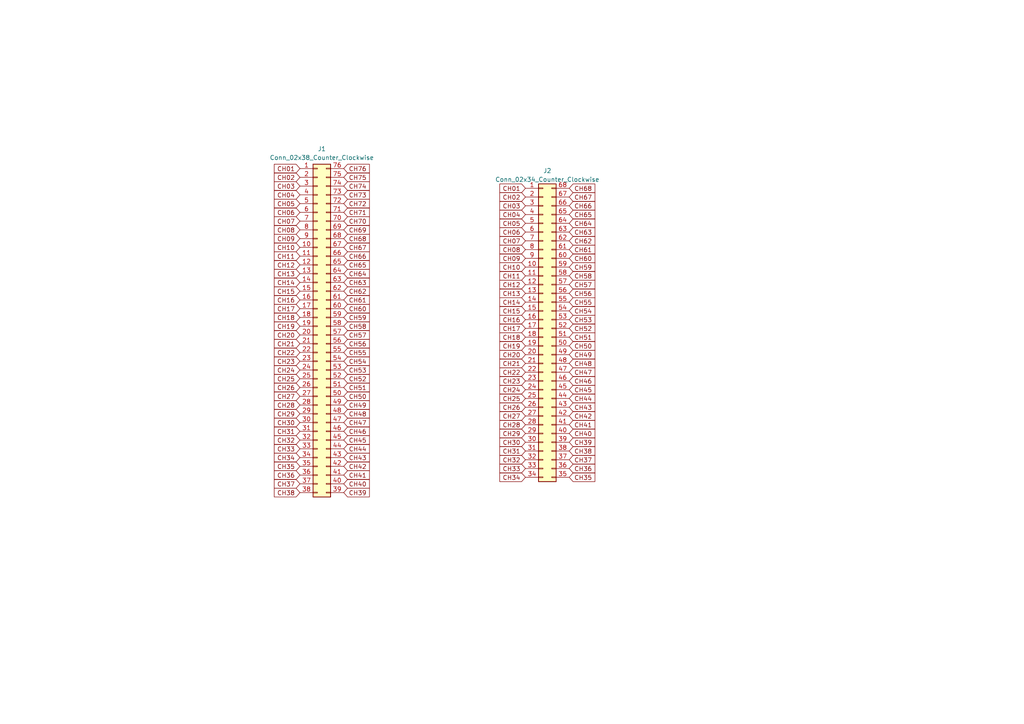
<source format=kicad_sch>
(kicad_sch (version 20230121) (generator eeschema)
  (paper "A4")
  (lib_symbols
    (symbol "Connector_Generic:Conn_02x34_Counter_Clockwise" (pin_names (offset 1.016) hide)
      (property "Reference" "J" (at 1.27 43.18 0))
      (property "Value" "Conn_02x34_Counter_Clockwise" (at 1.27 -45.72 0))
      (symbol "Conn_02x34_Counter_Clockwise_1_1"
        (rectangle (start -1.27 -43.053) (end 0 -43.307) (stroke (width 0.1524)))
        (rectangle (start -1.27 -40.513) (end 0 -40.767) (stroke (width 0.1524)))
        (rectangle (start -1.27 -37.973) (end 0 -38.227) (stroke (width 0.1524)))
        (rectangle (start -1.27 -35.433) (end 0 -35.687) (stroke (width 0.1524)))
        (rectangle (start -1.27 -32.893) (end 0 -33.147) (stroke (width 0.1524)))
        (rectangle (start -1.27 -30.353) (end 0 -30.607) (stroke (width 0.1524)))
        (rectangle (start -1.27 -27.813) (end 0 -28.067) (stroke (width 0.1524)))
        (rectangle (start -1.27 -25.273) (end 0 -25.527) (stroke (width 0.1524)))
        (rectangle (start -1.27 -22.733) (end 0 -22.987) (stroke (width 0.1524)))
        (rectangle (start -1.27 -20.193) (end 0 -20.447) (stroke (width 0.1524)))
        (rectangle (start -1.27 -17.653) (end 0 -17.907) (stroke (width 0.1524)))
        (rectangle (start -1.27 -15.113) (end 0 -15.367) (stroke (width 0.1524)))
        (rectangle (start -1.27 -12.573) (end 0 -12.827) (stroke (width 0.1524)))
        (rectangle (start -1.27 -10.033) (end 0 -10.287) (stroke (width 0.1524)))
        (rectangle (start -1.27 -7.493) (end 0 -7.747) (stroke (width 0.1524)))
        (rectangle (start -1.27 -4.953) (end 0 -5.207) (stroke (width 0.1524)))
        (rectangle (start -1.27 -2.413) (end 0 -2.667) (stroke (width 0.1524)))
        (rectangle (start -1.27 0.127) (end 0 -0.127) (stroke (width 0.1524)))
        (rectangle (start -1.27 2.667) (end 0 2.413) (stroke (width 0.1524)))
        (rectangle (start -1.27 5.207) (end 0 4.953) (stroke (width 0.1524)))
        (rectangle (start -1.27 7.747) (end 0 7.493) (stroke (width 0.1524)))
        (rectangle (start -1.27 10.287) (end 0 10.033) (stroke (width 0.1524)))
        (rectangle (start -1.27 12.827) (end 0 12.573) (stroke (width 0.1524)))
        (rectangle (start -1.27 15.367) (end 0 15.113) (stroke (width 0.1524)))
        (rectangle (start -1.27 17.907) (end 0 17.653) (stroke (width 0.1524)))
        (rectangle (start -1.27 20.447) (end 0 20.193) (stroke (width 0.1524)))
        (rectangle (start -1.27 22.987) (end 0 22.733) (stroke (width 0.1524)))
        (rectangle (start -1.27 25.527) (end 0 25.273) (stroke (width 0.1524)))
        (rectangle (start -1.27 28.067) (end 0 27.813) (stroke (width 0.1524)))
        (rectangle (start -1.27 30.607) (end 0 30.353) (stroke (width 0.1524)))
        (rectangle (start -1.27 33.147) (end 0 32.893) (stroke (width 0.1524)))
        (rectangle (start -1.27 35.687) (end 0 35.433) (stroke (width 0.1524)))
        (rectangle (start -1.27 38.227) (end 0 37.973) (stroke (width 0.1524)))
        (rectangle (start -1.27 40.767) (end 0 40.513) (stroke (width 0.1524)))
        (rectangle (start -1.27 41.91) (end 3.81 -44.45) (stroke (width 0.254)) (fill (type background)))
        (rectangle (start 3.81 -43.053) (end 2.54 -43.307) (stroke (width 0.1524)))
        (rectangle (start 3.81 -40.513) (end 2.54 -40.767) (stroke (width 0.1524)))
        (rectangle (start 3.81 -37.973) (end 2.54 -38.227) (stroke (width 0.1524)))
        (rectangle (start 3.81 -35.433) (end 2.54 -35.687) (stroke (width 0.1524)))
        (rectangle (start 3.81 -32.893) (end 2.54 -33.147) (stroke (width 0.1524)))
        (rectangle (start 3.81 -30.353) (end 2.54 -30.607) (stroke (width 0.1524)))
        (rectangle (start 3.81 -27.813) (end 2.54 -28.067) (stroke (width 0.1524)))
        (rectangle (start 3.81 -25.273) (end 2.54 -25.527) (stroke (width 0.1524)))
        (rectangle (start 3.81 -22.733) (end 2.54 -22.987) (stroke (width 0.1524)))
        (rectangle (start 3.81 -20.193) (end 2.54 -20.447) (stroke (width 0.1524)))
        (rectangle (start 3.81 -17.653) (end 2.54 -17.907) (stroke (width 0.1524)))
        (rectangle (start 3.81 -15.113) (end 2.54 -15.367) (stroke (width 0.1524)))
        (rectangle (start 3.81 -12.573) (end 2.54 -12.827) (stroke (width 0.1524)))
        (rectangle (start 3.81 -10.033) (end 2.54 -10.287) (stroke (width 0.1524)))
        (rectangle (start 3.81 -7.493) (end 2.54 -7.747) (stroke (width 0.1524)))
        (rectangle (start 3.81 -4.953) (end 2.54 -5.207) (stroke (width 0.1524)))
        (rectangle (start 3.81 -2.413) (end 2.54 -2.667) (stroke (width 0.1524)))
        (rectangle (start 3.81 0.127) (end 2.54 -0.127) (stroke (width 0.1524)))
        (rectangle (start 3.81 2.667) (end 2.54 2.413) (stroke (width 0.1524)))
        (rectangle (start 3.81 5.207) (end 2.54 4.953) (stroke (width 0.1524)))
        (rectangle (start 3.81 7.747) (end 2.54 7.493) (stroke (width 0.1524)))
        (rectangle (start 3.81 10.287) (end 2.54 10.033) (stroke (width 0.1524)))
        (rectangle (start 3.81 12.827) (end 2.54 12.573) (stroke (width 0.1524)))
        (rectangle (start 3.81 15.367) (end 2.54 15.113) (stroke (width 0.1524)))
        (rectangle (start 3.81 17.907) (end 2.54 17.653) (stroke (width 0.1524)))
        (rectangle (start 3.81 20.447) (end 2.54 20.193) (stroke (width 0.1524)))
        (rectangle (start 3.81 22.987) (end 2.54 22.733) (stroke (width 0.1524)))
        (rectangle (start 3.81 25.527) (end 2.54 25.273) (stroke (width 0.1524)))
        (rectangle (start 3.81 28.067) (end 2.54 27.813) (stroke (width 0.1524)))
        (rectangle (start 3.81 30.607) (end 2.54 30.353) (stroke (width 0.1524)))
        (rectangle (start 3.81 33.147) (end 2.54 32.893) (stroke (width 0.1524)))
        (rectangle (start 3.81 35.687) (end 2.54 35.433) (stroke (width 0.1524)))
        (rectangle (start 3.81 38.227) (end 2.54 37.973) (stroke (width 0.1524)))
        (rectangle (start 3.81 40.767) (end 2.54 40.513) (stroke (width 0.1524)))
        (pin passive line (at -5.08 40.64 0) (length 3.81) (name "Pin_1") (number "1"))
        (pin passive line (at -5.08 17.78 0) (length 3.81) (name "Pin_10") (number "10"))
        (pin passive line (at -5.08 15.24 0) (length 3.81) (name "Pin_11") (number "11"))
        (pin passive line (at -5.08 12.7 0) (length 3.81) (name "Pin_12") (number "12"))
        (pin passive line (at -5.08 10.16 0) (length 3.81) (name "Pin_13") (number "13"))
        (pin passive line (at -5.08 7.62 0) (length 3.81) (name "Pin_14") (number "14"))
        (pin passive line (at -5.08 5.08 0) (length 3.81) (name "Pin_15") (number "15"))
        (pin passive line (at -5.08 2.54 0) (length 3.81) (name "Pin_16") (number "16"))
        (pin passive line (at -5.08 0 0) (length 3.81) (name "Pin_17") (number "17"))
        (pin passive line (at -5.08 -2.54 0) (length 3.81) (name "Pin_18") (number "18"))
        (pin passive line (at -5.08 -5.08 0) (length 3.81) (name "Pin_19") (number "19"))
        (pin passive line (at -5.08 38.1 0) (length 3.81) (name "Pin_2") (number "2"))
        (pin passive line (at -5.08 -7.62 0) (length 3.81) (name "Pin_20") (number "20"))
        (pin passive line (at -5.08 -10.16 0) (length 3.81) (name "Pin_21") (number "21"))
        (pin passive line (at -5.08 -12.7 0) (length 3.81) (name "Pin_22") (number "22"))
        (pin passive line (at -5.08 -15.24 0) (length 3.81) (name "Pin_23") (number "23"))
        (pin passive line (at -5.08 -17.78 0) (length 3.81) (name "Pin_24") (number "24"))
        (pin passive line (at -5.08 -20.32 0) (length 3.81) (name "Pin_25") (number "25"))
        (pin passive line (at -5.08 -22.86 0) (length 3.81) (name "Pin_26") (number "26"))
        (pin passive line (at -5.08 -25.4 0) (length 3.81) (name "Pin_27") (number "27"))
        (pin passive line (at -5.08 -27.94 0) (length 3.81) (name "Pin_28") (number "28"))
        (pin passive line (at -5.08 -30.48 0) (length 3.81) (name "Pin_29") (number "29"))
        (pin passive line (at -5.08 35.56 0) (length 3.81) (name "Pin_3") (number "3"))
        (pin passive line (at -5.08 -33.02 0) (length 3.81) (name "Pin_30") (number "30"))
        (pin passive line (at -5.08 -35.56 0) (length 3.81) (name "Pin_31") (number "31"))
        (pin passive line (at -5.08 -38.1 0) (length 3.81) (name "Pin_32") (number "32"))
        (pin passive line (at -5.08 -40.64 0) (length 3.81) (name "Pin_33") (number "33"))
        (pin passive line (at -5.08 -43.18 0) (length 3.81) (name "Pin_34") (number "34"))
        (pin passive line (at 7.62 -43.18 180) (length 3.81) (name "Pin_35") (number "35"))
        (pin passive line (at 7.62 -40.64 180) (length 3.81) (name "Pin_36") (number "36"))
        (pin passive line (at 7.62 -38.1 180) (length 3.81) (name "Pin_37") (number "37"))
        (pin passive line (at 7.62 -35.56 180) (length 3.81) (name "Pin_38") (number "38"))
        (pin passive line (at 7.62 -33.02 180) (length 3.81) (name "Pin_39") (number "39"))
        (pin passive line (at -5.08 33.02 0) (length 3.81) (name "Pin_4") (number "4"))
        (pin passive line (at 7.62 -30.48 180) (length 3.81) (name "Pin_40") (number "40"))
        (pin passive line (at 7.62 -27.94 180) (length 3.81) (name "Pin_41") (number "41"))
        (pin passive line (at 7.62 -25.4 180) (length 3.81) (name "Pin_42") (number "42"))
        (pin passive line (at 7.62 -22.86 180) (length 3.81) (name "Pin_43") (number "43"))
        (pin passive line (at 7.62 -20.32 180) (length 3.81) (name "Pin_44") (number "44"))
        (pin passive line (at 7.62 -17.78 180) (length 3.81) (name "Pin_45") (number "45"))
        (pin passive line (at 7.62 -15.24 180) (length 3.81) (name "Pin_46") (number "46"))
        (pin passive line (at 7.62 -12.7 180) (length 3.81) (name "Pin_47") (number "47"))
        (pin passive line (at 7.62 -10.16 180) (length 3.81) (name "Pin_48") (number "48"))
        (pin passive line (at 7.62 -7.62 180) (length 3.81) (name "Pin_49") (number "49"))
        (pin passive line (at -5.08 30.48 0) (length 3.81) (name "Pin_5") (number "5"))
        (pin passive line (at 7.62 -5.08 180) (length 3.81) (name "Pin_50") (number "50"))
        (pin passive line (at 7.62 -2.54 180) (length 3.81) (name "Pin_51") (number "51"))
        (pin passive line (at 7.62 0 180) (length 3.81) (name "Pin_52") (number "52"))
        (pin passive line (at 7.62 2.54 180) (length 3.81) (name "Pin_53") (number "53"))
        (pin passive line (at 7.62 5.08 180) (length 3.81) (name "Pin_54") (number "54"))
        (pin passive line (at 7.62 7.62 180) (length 3.81) (name "Pin_55") (number "55"))
        (pin passive line (at 7.62 10.16 180) (length 3.81) (name "Pin_56") (number "56"))
        (pin passive line (at 7.62 12.7 180) (length 3.81) (name "Pin_57") (number "57"))
        (pin passive line (at 7.62 15.24 180) (length 3.81) (name "Pin_58") (number "58"))
        (pin passive line (at 7.62 17.78 180) (length 3.81) (name "Pin_59") (number "59"))
        (pin passive line (at -5.08 27.94 0) (length 3.81) (name "Pin_6") (number "6"))
        (pin passive line (at 7.62 20.32 180) (length 3.81) (name "Pin_60") (number "60"))
        (pin passive line (at 7.62 22.86 180) (length 3.81) (name "Pin_61") (number "61"))
        (pin passive line (at 7.62 25.4 180) (length 3.81) (name "Pin_62") (number "62"))
        (pin passive line (at 7.62 27.94 180) (length 3.81) (name "Pin_63") (number "63"))
        (pin passive line (at 7.62 30.48 180) (length 3.81) (name "Pin_64") (number "64"))
        (pin passive line (at 7.62 33.02 180) (length 3.81) (name "Pin_65") (number "65"))
        (pin passive line (at 7.62 35.56 180) (length 3.81) (name "Pin_66") (number "66"))
        (pin passive line (at 7.62 38.1 180) (length 3.81) (name "Pin_67") (number "67"))
        (pin passive line (at 7.62 40.64 180) (length 3.81) (name "Pin_68") (number "68"))
        (pin passive line (at -5.08 25.4 0) (length 3.81) (name "Pin_7") (number "7"))
        (pin passive line (at -5.08 22.86 0) (length 3.81) (name "Pin_8") (number "8"))
        (pin passive line (at -5.08 20.32 0) (length 3.81) (name "Pin_9") (number "9"))
      )
    )
    (symbol "Connector_Generic:Conn_02x38_Counter_Clockwise" (pin_names (offset 1.016) hide)
      (property "Reference" "J" (at 1.27 48.26 0))
      (property "Value" "Conn_02x38_Counter_Clockwise" (at 1.27 -50.8 0))
      (symbol "Conn_02x38_Counter_Clockwise_1_1"
        (rectangle (start -1.27 -48.133) (end 0 -48.387) (stroke (width 0.1524)))
        (rectangle (start -1.27 -45.593) (end 0 -45.847) (stroke (width 0.1524)))
        (rectangle (start -1.27 -43.053) (end 0 -43.307) (stroke (width 0.1524)))
        (rectangle (start -1.27 -40.513) (end 0 -40.767) (stroke (width 0.1524)))
        (rectangle (start -1.27 -37.973) (end 0 -38.227) (stroke (width 0.1524)))
        (rectangle (start -1.27 -35.433) (end 0 -35.687) (stroke (width 0.1524)))
        (rectangle (start -1.27 -32.893) (end 0 -33.147) (stroke (width 0.1524)))
        (rectangle (start -1.27 -30.353) (end 0 -30.607) (stroke (width 0.1524)))
        (rectangle (start -1.27 -27.813) (end 0 -28.067) (stroke (width 0.1524)))
        (rectangle (start -1.27 -25.273) (end 0 -25.527) (stroke (width 0.1524)))
        (rectangle (start -1.27 -22.733) (end 0 -22.987) (stroke (width 0.1524)))
        (rectangle (start -1.27 -20.193) (end 0 -20.447) (stroke (width 0.1524)))
        (rectangle (start -1.27 -17.653) (end 0 -17.907) (stroke (width 0.1524)))
        (rectangle (start -1.27 -15.113) (end 0 -15.367) (stroke (width 0.1524)))
        (rectangle (start -1.27 -12.573) (end 0 -12.827) (stroke (width 0.1524)))
        (rectangle (start -1.27 -10.033) (end 0 -10.287) (stroke (width 0.1524)))
        (rectangle (start -1.27 -7.493) (end 0 -7.747) (stroke (width 0.1524)))
        (rectangle (start -1.27 -4.953) (end 0 -5.207) (stroke (width 0.1524)))
        (rectangle (start -1.27 -2.413) (end 0 -2.667) (stroke (width 0.1524)))
        (rectangle (start -1.27 0.127) (end 0 -0.127) (stroke (width 0.1524)))
        (rectangle (start -1.27 2.667) (end 0 2.413) (stroke (width 0.1524)))
        (rectangle (start -1.27 5.207) (end 0 4.953) (stroke (width 0.1524)))
        (rectangle (start -1.27 7.747) (end 0 7.493) (stroke (width 0.1524)))
        (rectangle (start -1.27 10.287) (end 0 10.033) (stroke (width 0.1524)))
        (rectangle (start -1.27 12.827) (end 0 12.573) (stroke (width 0.1524)))
        (rectangle (start -1.27 15.367) (end 0 15.113) (stroke (width 0.1524)))
        (rectangle (start -1.27 17.907) (end 0 17.653) (stroke (width 0.1524)))
        (rectangle (start -1.27 20.447) (end 0 20.193) (stroke (width 0.1524)))
        (rectangle (start -1.27 22.987) (end 0 22.733) (stroke (width 0.1524)))
        (rectangle (start -1.27 25.527) (end 0 25.273) (stroke (width 0.1524)))
        (rectangle (start -1.27 28.067) (end 0 27.813) (stroke (width 0.1524)))
        (rectangle (start -1.27 30.607) (end 0 30.353) (stroke (width 0.1524)))
        (rectangle (start -1.27 33.147) (end 0 32.893) (stroke (width 0.1524)))
        (rectangle (start -1.27 35.687) (end 0 35.433) (stroke (width 0.1524)))
        (rectangle (start -1.27 38.227) (end 0 37.973) (stroke (width 0.1524)))
        (rectangle (start -1.27 40.767) (end 0 40.513) (stroke (width 0.1524)))
        (rectangle (start -1.27 43.307) (end 0 43.053) (stroke (width 0.1524)))
        (rectangle (start -1.27 45.847) (end 0 45.593) (stroke (width 0.1524)))
        (rectangle (start -1.27 46.99) (end 3.81 -49.53) (stroke (width 0.254)) (fill (type background)))
        (rectangle (start 3.81 -48.133) (end 2.54 -48.387) (stroke (width 0.1524)))
        (rectangle (start 3.81 -45.593) (end 2.54 -45.847) (stroke (width 0.1524)))
        (rectangle (start 3.81 -43.053) (end 2.54 -43.307) (stroke (width 0.1524)))
        (rectangle (start 3.81 -40.513) (end 2.54 -40.767) (stroke (width 0.1524)))
        (rectangle (start 3.81 -37.973) (end 2.54 -38.227) (stroke (width 0.1524)))
        (rectangle (start 3.81 -35.433) (end 2.54 -35.687) (stroke (width 0.1524)))
        (rectangle (start 3.81 -32.893) (end 2.54 -33.147) (stroke (width 0.1524)))
        (rectangle (start 3.81 -30.353) (end 2.54 -30.607) (stroke (width 0.1524)))
        (rectangle (start 3.81 -27.813) (end 2.54 -28.067) (stroke (width 0.1524)))
        (rectangle (start 3.81 -25.273) (end 2.54 -25.527) (stroke (width 0.1524)))
        (rectangle (start 3.81 -22.733) (end 2.54 -22.987) (stroke (width 0.1524)))
        (rectangle (start 3.81 -20.193) (end 2.54 -20.447) (stroke (width 0.1524)))
        (rectangle (start 3.81 -17.653) (end 2.54 -17.907) (stroke (width 0.1524)))
        (rectangle (start 3.81 -15.113) (end 2.54 -15.367) (stroke (width 0.1524)))
        (rectangle (start 3.81 -12.573) (end 2.54 -12.827) (stroke (width 0.1524)))
        (rectangle (start 3.81 -10.033) (end 2.54 -10.287) (stroke (width 0.1524)))
        (rectangle (start 3.81 -7.493) (end 2.54 -7.747) (stroke (width 0.1524)))
        (rectangle (start 3.81 -4.953) (end 2.54 -5.207) (stroke (width 0.1524)))
        (rectangle (start 3.81 -2.413) (end 2.54 -2.667) (stroke (width 0.1524)))
        (rectangle (start 3.81 0.127) (end 2.54 -0.127) (stroke (width 0.1524)))
        (rectangle (start 3.81 2.667) (end 2.54 2.413) (stroke (width 0.1524)))
        (rectangle (start 3.81 5.207) (end 2.54 4.953) (stroke (width 0.1524)))
        (rectangle (start 3.81 7.747) (end 2.54 7.493) (stroke (width 0.1524)))
        (rectangle (start 3.81 10.287) (end 2.54 10.033) (stroke (width 0.1524)))
        (rectangle (start 3.81 12.827) (end 2.54 12.573) (stroke (width 0.1524)))
        (rectangle (start 3.81 15.367) (end 2.54 15.113) (stroke (width 0.1524)))
        (rectangle (start 3.81 17.907) (end 2.54 17.653) (stroke (width 0.1524)))
        (rectangle (start 3.81 20.447) (end 2.54 20.193) (stroke (width 0.1524)))
        (rectangle (start 3.81 22.987) (end 2.54 22.733) (stroke (width 0.1524)))
        (rectangle (start 3.81 25.527) (end 2.54 25.273) (stroke (width 0.1524)))
        (rectangle (start 3.81 28.067) (end 2.54 27.813) (stroke (width 0.1524)))
        (rectangle (start 3.81 30.607) (end 2.54 30.353) (stroke (width 0.1524)))
        (rectangle (start 3.81 33.147) (end 2.54 32.893) (stroke (width 0.1524)))
        (rectangle (start 3.81 35.687) (end 2.54 35.433) (stroke (width 0.1524)))
        (rectangle (start 3.81 38.227) (end 2.54 37.973) (stroke (width 0.1524)))
        (rectangle (start 3.81 40.767) (end 2.54 40.513) (stroke (width 0.1524)))
        (rectangle (start 3.81 43.307) (end 2.54 43.053) (stroke (width 0.1524)))
        (rectangle (start 3.81 45.847) (end 2.54 45.593) (stroke (width 0.1524)))
        (pin passive line (at -5.08 45.72 0) (length 3.81) (name "Pin_1") (number "1"))
        (pin passive line (at -5.08 22.86 0) (length 3.81) (name "Pin_10") (number "10"))
        (pin passive line (at -5.08 20.32 0) (length 3.81) (name "Pin_11") (number "11"))
        (pin passive line (at -5.08 17.78 0) (length 3.81) (name "Pin_12") (number "12"))
        (pin passive line (at -5.08 15.24 0) (length 3.81) (name "Pin_13") (number "13"))
        (pin passive line (at -5.08 12.7 0) (length 3.81) (name "Pin_14") (number "14"))
        (pin passive line (at -5.08 10.16 0) (length 3.81) (name "Pin_15") (number "15"))
        (pin passive line (at -5.08 7.62 0) (length 3.81) (name "Pin_16") (number "16"))
        (pin passive line (at -5.08 5.08 0) (length 3.81) (name "Pin_17") (number "17"))
        (pin passive line (at -5.08 2.54 0) (length 3.81) (name "Pin_18") (number "18"))
        (pin passive line (at -5.08 0 0) (length 3.81) (name "Pin_19") (number "19"))
        (pin passive line (at -5.08 43.18 0) (length 3.81) (name "Pin_2") (number "2"))
        (pin passive line (at -5.08 -2.54 0) (length 3.81) (name "Pin_20") (number "20"))
        (pin passive line (at -5.08 -5.08 0) (length 3.81) (name "Pin_21") (number "21"))
        (pin passive line (at -5.08 -7.62 0) (length 3.81) (name "Pin_22") (number "22"))
        (pin passive line (at -5.08 -10.16 0) (length 3.81) (name "Pin_23") (number "23"))
        (pin passive line (at -5.08 -12.7 0) (length 3.81) (name "Pin_24") (number "24"))
        (pin passive line (at -5.08 -15.24 0) (length 3.81) (name "Pin_25") (number "25"))
        (pin passive line (at -5.08 -17.78 0) (length 3.81) (name "Pin_26") (number "26"))
        (pin passive line (at -5.08 -20.32 0) (length 3.81) (name "Pin_27") (number "27"))
        (pin passive line (at -5.08 -22.86 0) (length 3.81) (name "Pin_28") (number "28"))
        (pin passive line (at -5.08 -25.4 0) (length 3.81) (name "Pin_29") (number "29"))
        (pin passive line (at -5.08 40.64 0) (length 3.81) (name "Pin_3") (number "3"))
        (pin passive line (at -5.08 -27.94 0) (length 3.81) (name "Pin_30") (number "30"))
        (pin passive line (at -5.08 -30.48 0) (length 3.81) (name "Pin_31") (number "31"))
        (pin passive line (at -5.08 -33.02 0) (length 3.81) (name "Pin_32") (number "32"))
        (pin passive line (at -5.08 -35.56 0) (length 3.81) (name "Pin_33") (number "33"))
        (pin passive line (at -5.08 -38.1 0) (length 3.81) (name "Pin_34") (number "34"))
        (pin passive line (at -5.08 -40.64 0) (length 3.81) (name "Pin_35") (number "35"))
        (pin passive line (at -5.08 -43.18 0) (length 3.81) (name "Pin_36") (number "36"))
        (pin passive line (at -5.08 -45.72 0) (length 3.81) (name "Pin_37") (number "37"))
        (pin passive line (at -5.08 -48.26 0) (length 3.81) (name "Pin_38") (number "38"))
        (pin passive line (at 7.62 -48.26 180) (length 3.81) (name "Pin_39") (number "39"))
        (pin passive line (at -5.08 38.1 0) (length 3.81) (name "Pin_4") (number "4"))
        (pin passive line (at 7.62 -45.72 180) (length 3.81) (name "Pin_40") (number "40"))
        (pin passive line (at 7.62 -43.18 180) (length 3.81) (name "Pin_41") (number "41"))
        (pin passive line (at 7.62 -40.64 180) (length 3.81) (name "Pin_42") (number "42"))
        (pin passive line (at 7.62 -38.1 180) (length 3.81) (name "Pin_43") (number "43"))
        (pin passive line (at 7.62 -35.56 180) (length 3.81) (name "Pin_44") (number "44"))
        (pin passive line (at 7.62 -33.02 180) (length 3.81) (name "Pin_45") (number "45"))
        (pin passive line (at 7.62 -30.48 180) (length 3.81) (name "Pin_46") (number "46"))
        (pin passive line (at 7.62 -27.94 180) (length 3.81) (name "Pin_47") (number "47"))
        (pin passive line (at 7.62 -25.4 180) (length 3.81) (name "Pin_48") (number "48"))
        (pin passive line (at 7.62 -22.86 180) (length 3.81) (name "Pin_49") (number "49"))
        (pin passive line (at -5.08 35.56 0) (length 3.81) (name "Pin_5") (number "5"))
        (pin passive line (at 7.62 -20.32 180) (length 3.81) (name "Pin_50") (number "50"))
        (pin passive line (at 7.62 -17.78 180) (length 3.81) (name "Pin_51") (number "51"))
        (pin passive line (at 7.62 -15.24 180) (length 3.81) (name "Pin_52") (number "52"))
        (pin passive line (at 7.62 -12.7 180) (length 3.81) (name "Pin_53") (number "53"))
        (pin passive line (at 7.62 -10.16 180) (length 3.81) (name "Pin_54") (number "54"))
        (pin passive line (at 7.62 -7.62 180) (length 3.81) (name "Pin_55") (number "55"))
        (pin passive line (at 7.62 -5.08 180) (length 3.81) (name "Pin_56") (number "56"))
        (pin passive line (at 7.62 -2.54 180) (length 3.81) (name "Pin_57") (number "57"))
        (pin passive line (at 7.62 0 180) (length 3.81) (name "Pin_58") (number "58"))
        (pin passive line (at 7.62 2.54 180) (length 3.81) (name "Pin_59") (number "59"))
        (pin passive line (at -5.08 33.02 0) (length 3.81) (name "Pin_6") (number "6"))
        (pin passive line (at 7.62 5.08 180) (length 3.81) (name "Pin_60") (number "60"))
        (pin passive line (at 7.62 7.62 180) (length 3.81) (name "Pin_61") (number "61"))
        (pin passive line (at 7.62 10.16 180) (length 3.81) (name "Pin_62") (number "62"))
        (pin passive line (at 7.62 12.7 180) (length 3.81) (name "Pin_63") (number "63"))
        (pin passive line (at 7.62 15.24 180) (length 3.81) (name "Pin_64") (number "64"))
        (pin passive line (at 7.62 17.78 180) (length 3.81) (name "Pin_65") (number "65"))
        (pin passive line (at 7.62 20.32 180) (length 3.81) (name "Pin_66") (number "66"))
        (pin passive line (at 7.62 22.86 180) (length 3.81) (name "Pin_67") (number "67"))
        (pin passive line (at 7.62 25.4 180) (length 3.81) (name "Pin_68") (number "68"))
        (pin passive line (at 7.62 27.94 180) (length 3.81) (name "Pin_69") (number "69"))
        (pin passive line (at -5.08 30.48 0) (length 3.81) (name "Pin_7") (number "7"))
        (pin passive line (at 7.62 30.48 180) (length 3.81) (name "Pin_70") (number "70"))
        (pin passive line (at 7.62 33.02 180) (length 3.81) (name "Pin_71") (number "71"))
        (pin passive line (at 7.62 35.56 180) (length 3.81) (name "Pin_72") (number "72"))
        (pin passive line (at 7.62 38.1 180) (length 3.81) (name "Pin_73") (number "73"))
        (pin passive line (at 7.62 40.64 180) (length 3.81) (name "Pin_74") (number "74"))
        (pin passive line (at 7.62 43.18 180) (length 3.81) (name "Pin_75") (number "75"))
        (pin passive line (at 7.62 45.72 180) (length 3.81) (name "Pin_76") (number "76"))
        (pin passive line (at -5.08 27.94 0) (length 3.81) (name "Pin_8") (number "8"))
        (pin passive line (at -5.08 25.4 0) (length 3.81) (name "Pin_9") (number "9"))
      )
    )
  )
  (global_label "CH06" (shape input) (at 152.4 67.31 180) (property "Intersheetrefs" "${INTERSHEET_REFS}" (effects hide)))
  (global_label "CH42" (shape input) (at 99.695 135.255 0) (property "Intersheetrefs" "${INTERSHEET_REFS}" (effects hide)))
  (global_label "CH60" (shape input) (at 165.1 74.93 0) (property "Intersheetrefs" "${INTERSHEET_REFS}" (effects hide)))
  (global_label "CH27" (shape input) (at 86.995 114.935 180) (property "Intersheetrefs" "${INTERSHEET_REFS}" (effects hide)))
  (global_label "CH37" (shape input) (at 165.1 133.35 0) (property "Intersheetrefs" "${INTERSHEET_REFS}" (effects hide)))
  (global_label "CH59" (shape input) (at 165.1 77.47 0) (property "Intersheetrefs" "${INTERSHEET_REFS}" (effects hide)))
  (global_label "CH02" (shape input) (at 152.4 57.15 180) (property "Intersheetrefs" "${INTERSHEET_REFS}" (effects hide)))
  (global_label "CH08" (shape input) (at 86.995 66.675 180) (property "Intersheetrefs" "${INTERSHEET_REFS}" (effects hide)))
  (global_label "CH39" (shape input) (at 165.1 128.27 0) (property "Intersheetrefs" "${INTERSHEET_REFS}" (effects hide)))
  (global_label "CH16" (shape input) (at 86.995 86.995 180) (property "Intersheetrefs" "${INTERSHEET_REFS}" (effects hide)))
  (global_label "CH61" (shape input) (at 99.695 86.995 0) (property "Intersheetrefs" "${INTERSHEET_REFS}" (effects hide)))
  (global_label "CH19" (shape input) (at 86.995 94.615 180) (property "Intersheetrefs" "${INTERSHEET_REFS}" (effects hide)))
  (global_label "CH29" (shape input) (at 152.4 125.73 180) (property "Intersheetrefs" "${INTERSHEET_REFS}" (effects hide)))
  (global_label "CH66" (shape input) (at 99.695 74.295 0) (property "Intersheetrefs" "${INTERSHEET_REFS}" (effects hide)))
  (global_label "CH39" (shape input) (at 99.695 142.875 0) (property "Intersheetrefs" "${INTERSHEET_REFS}" (effects hide)))
  (global_label "CH30" (shape input) (at 86.995 122.555 180) (property "Intersheetrefs" "${INTERSHEET_REFS}" (effects hide)))
  (global_label "CH72" (shape input) (at 99.695 59.055 0) (property "Intersheetrefs" "${INTERSHEET_REFS}" (effects hide)))
  (global_label "CH32" (shape input) (at 152.4 133.35 180) (property "Intersheetrefs" "${INTERSHEET_REFS}" (effects hide)))
  (global_label "CH31" (shape input) (at 152.4 130.81 180) (property "Intersheetrefs" "${INTERSHEET_REFS}" (effects hide)))
  (global_label "CH05" (shape input) (at 152.4 64.77 180) (property "Intersheetrefs" "${INTERSHEET_REFS}" (effects hide)))
  (global_label "CH56" (shape input) (at 99.695 99.695 0) (property "Intersheetrefs" "${INTERSHEET_REFS}" (effects hide)))
  (global_label "CH54" (shape input) (at 165.1 90.17 0) (property "Intersheetrefs" "${INTERSHEET_REFS}" (effects hide)))
  (global_label "CH65" (shape input) (at 165.1 62.23 0) (property "Intersheetrefs" "${INTERSHEET_REFS}" (effects hide)))
  (global_label "CH68" (shape input) (at 99.695 69.215 0) (property "Intersheetrefs" "${INTERSHEET_REFS}" (effects hide)))
  (global_label "CH44" (shape input) (at 165.1 115.57 0) (property "Intersheetrefs" "${INTERSHEET_REFS}" (effects hide)))
  (global_label "CH24" (shape input) (at 86.995 107.315 180) (property "Intersheetrefs" "${INTERSHEET_REFS}" (effects hide)))
  (global_label "CH41" (shape input) (at 99.695 137.795 0) (property "Intersheetrefs" "${INTERSHEET_REFS}" (effects hide)))
  (global_label "CH15" (shape input) (at 86.995 84.455 180) (property "Intersheetrefs" "${INTERSHEET_REFS}" (effects hide)))
  (global_label "CH47" (shape input) (at 99.695 122.555 0) (property "Intersheetrefs" "${INTERSHEET_REFS}" (effects hide)))
  (global_label "CH38" (shape input) (at 165.1 130.81 0) (property "Intersheetrefs" "${INTERSHEET_REFS}" (effects hide)))
  (global_label "CH67" (shape input) (at 99.695 71.755 0) (property "Intersheetrefs" "${INTERSHEET_REFS}" (effects hide)))
  (global_label "CH27" (shape input) (at 152.4 120.65 180) (property "Intersheetrefs" "${INTERSHEET_REFS}" (effects hide)))
  (global_label "CH53" (shape input) (at 165.1 92.71 0) (property "Intersheetrefs" "${INTERSHEET_REFS}" (effects hide)))
  (global_label "CH05" (shape input) (at 86.995 59.055 180) (property "Intersheetrefs" "${INTERSHEET_REFS}" (effects hide)))
  (global_label "CH24" (shape input) (at 152.4 113.03 180) (property "Intersheetrefs" "${INTERSHEET_REFS}" (effects hide)))
  (global_label "CH48" (shape input) (at 99.695 120.015 0) (property "Intersheetrefs" "${INTERSHEET_REFS}" (effects hide)))
  (global_label "CH33" (shape input) (at 152.4 135.89 180) (property "Intersheetrefs" "${INTERSHEET_REFS}" (effects hide)))
  (global_label "CH04" (shape input) (at 152.4 62.23 180) (property "Intersheetrefs" "${INTERSHEET_REFS}" (effects hide)))
  (global_label "CH73" (shape input) (at 99.695 56.515 0) (property "Intersheetrefs" "${INTERSHEET_REFS}" (effects hide)))
  (global_label "CH48" (shape input) (at 165.1 105.41 0) (property "Intersheetrefs" "${INTERSHEET_REFS}" (effects hide)))
  (global_label "CH10" (shape input) (at 152.4 77.47 180) (property "Intersheetrefs" "${INTERSHEET_REFS}" (effects hide)))
  (global_label "CH59" (shape input) (at 99.695 92.075 0) (property "Intersheetrefs" "${INTERSHEET_REFS}" (effects hide)))
  (global_label "CH07" (shape input) (at 152.4 69.85 180) (property "Intersheetrefs" "${INTERSHEET_REFS}" (effects hide)))
  (global_label "CH12" (shape input) (at 152.4 82.55 180) (property "Intersheetrefs" "${INTERSHEET_REFS}" (effects hide)))
  (global_label "CH21" (shape input) (at 152.4 105.41 180) (property "Intersheetrefs" "${INTERSHEET_REFS}" (effects hide)))
  (global_label "CH46" (shape input) (at 165.1 110.49 0) (property "Intersheetrefs" "${INTERSHEET_REFS}" (effects hide)))
  (global_label "CH18" (shape input) (at 152.4 97.79 180) (property "Intersheetrefs" "${INTERSHEET_REFS}" (effects hide)))
  (global_label "CH26" (shape input) (at 152.4 118.11 180) (property "Intersheetrefs" "${INTERSHEET_REFS}" (effects hide)))
  (global_label "CH17" (shape input) (at 86.995 89.535 180) (property "Intersheetrefs" "${INTERSHEET_REFS}" (effects hide)))
  (global_label "CH70" (shape input) (at 99.695 64.135 0) (property "Intersheetrefs" "${INTERSHEET_REFS}" (effects hide)))
  (global_label "CH08" (shape input) (at 152.4 72.39 180) (property "Intersheetrefs" "${INTERSHEET_REFS}" (effects hide)))
  (global_label "CH01" (shape input) (at 86.995 48.895 180) (property "Intersheetrefs" "${INTERSHEET_REFS}" (effects hide)))
  (global_label "CH20" (shape input) (at 86.995 97.155 180) (property "Intersheetrefs" "${INTERSHEET_REFS}" (effects hide)))
  (global_label "CH71" (shape input) (at 99.695 61.595 0) (property "Intersheetrefs" "${INTERSHEET_REFS}" (effects hide)))
  (global_label "CH32" (shape input) (at 86.995 127.635 180) (property "Intersheetrefs" "${INTERSHEET_REFS}" (effects hide)))
  (global_label "CH51" (shape input) (at 165.1 97.79 0) (property "Intersheetrefs" "${INTERSHEET_REFS}" (effects hide)))
  (global_label "CH31" (shape input) (at 86.995 125.095 180) (property "Intersheetrefs" "${INTERSHEET_REFS}" (effects hide)))
  (global_label "CH51" (shape input) (at 99.695 112.395 0) (property "Intersheetrefs" "${INTERSHEET_REFS}" (effects hide)))
  (global_label "CH19" (shape input) (at 152.4 100.33 180) (property "Intersheetrefs" "${INTERSHEET_REFS}" (effects hide)))
  (global_label "CH67" (shape input) (at 165.1 57.15 0) (property "Intersheetrefs" "${INTERSHEET_REFS}" (effects hide)))
  (global_label "CH42" (shape input) (at 165.1 120.65 0) (property "Intersheetrefs" "${INTERSHEET_REFS}" (effects hide)))
  (global_label "CH23" (shape input) (at 86.995 104.775 180) (property "Intersheetrefs" "${INTERSHEET_REFS}" (effects hide)))
  (global_label "CH28" (shape input) (at 152.4 123.19 180) (property "Intersheetrefs" "${INTERSHEET_REFS}" (effects hide)))
  (global_label "CH64" (shape input) (at 99.695 79.375 0) (property "Intersheetrefs" "${INTERSHEET_REFS}" (effects hide)))
  (global_label "CH23" (shape input) (at 152.4 110.49 180) (property "Intersheetrefs" "${INTERSHEET_REFS}" (effects hide)))
  (global_label "CH52" (shape input) (at 99.695 109.855 0) (property "Intersheetrefs" "${INTERSHEET_REFS}" (effects hide)))
  (global_label "CH40" (shape input) (at 99.695 140.335 0) (property "Intersheetrefs" "${INTERSHEET_REFS}" (effects hide)))
  (global_label "CH14" (shape input) (at 86.995 81.915 180) (property "Intersheetrefs" "${INTERSHEET_REFS}" (effects hide)))
  (global_label "CH74" (shape input) (at 99.695 53.975 0) (property "Intersheetrefs" "${INTERSHEET_REFS}" (effects hide)))
  (global_label "CH25" (shape input) (at 152.4 115.57 180) (property "Intersheetrefs" "${INTERSHEET_REFS}" (effects hide)))
  (global_label "CH22" (shape input) (at 86.995 102.235 180) (property "Intersheetrefs" "${INTERSHEET_REFS}" (effects hide)))
  (global_label "CH50" (shape input) (at 165.1 100.33 0) (property "Intersheetrefs" "${INTERSHEET_REFS}" (effects hide)))
  (global_label "CH58" (shape input) (at 165.1 80.01 0) (property "Intersheetrefs" "${INTERSHEET_REFS}" (effects hide)))
  (global_label "CH50" (shape input) (at 99.695 114.935 0) (property "Intersheetrefs" "${INTERSHEET_REFS}" (effects hide)))
  (global_label "CH06" (shape input) (at 86.995 61.595 180) (property "Intersheetrefs" "${INTERSHEET_REFS}" (effects hide)))
  (global_label "CH43" (shape input) (at 165.1 118.11 0) (property "Intersheetrefs" "${INTERSHEET_REFS}" (effects hide)))
  (global_label "CH46" (shape input) (at 99.695 125.095 0) (property "Intersheetrefs" "${INTERSHEET_REFS}" (effects hide)))
  (global_label "CH07" (shape input) (at 86.995 64.135 180) (property "Intersheetrefs" "${INTERSHEET_REFS}" (effects hide)))
  (global_label "CH61" (shape input) (at 165.1 72.39 0) (property "Intersheetrefs" "${INTERSHEET_REFS}" (effects hide)))
  (global_label "CH41" (shape input) (at 165.1 123.19 0) (property "Intersheetrefs" "${INTERSHEET_REFS}" (effects hide)))
  (global_label "CH63" (shape input) (at 165.1 67.31 0) (property "Intersheetrefs" "${INTERSHEET_REFS}" (effects hide)))
  (global_label "CH18" (shape input) (at 86.995 92.075 180) (property "Intersheetrefs" "${INTERSHEET_REFS}" (effects hide)))
  (global_label "CH17" (shape input) (at 152.4 95.25 180) (property "Intersheetrefs" "${INTERSHEET_REFS}" (effects hide)))
  (global_label "CH75" (shape input) (at 99.695 51.435 0) (property "Intersheetrefs" "${INTERSHEET_REFS}" (effects hide)))
  (global_label "CH13" (shape input) (at 86.995 79.375 180) (property "Intersheetrefs" "${INTERSHEET_REFS}" (effects hide)))
  (global_label "CH30" (shape input) (at 152.4 128.27 180) (property "Intersheetrefs" "${INTERSHEET_REFS}" (effects hide)))
  (global_label "CH03" (shape input) (at 152.4 59.69 180) (property "Intersheetrefs" "${INTERSHEET_REFS}" (effects hide)))
  (global_label "CH34" (shape input) (at 86.995 132.715 180) (property "Intersheetrefs" "${INTERSHEET_REFS}" (effects hide)))
  (global_label "CH55" (shape input) (at 99.695 102.235 0) (property "Intersheetrefs" "${INTERSHEET_REFS}" (effects hide)))
  (global_label "CH62" (shape input) (at 165.1 69.85 0) (property "Intersheetrefs" "${INTERSHEET_REFS}" (effects hide)))
  (global_label "CH62" (shape input) (at 99.695 84.455 0) (property "Intersheetrefs" "${INTERSHEET_REFS}" (effects hide)))
  (global_label "CH04" (shape input) (at 86.995 56.515 180) (property "Intersheetrefs" "${INTERSHEET_REFS}" (effects hide)))
  (global_label "CH21" (shape input) (at 86.995 99.695 180) (property "Intersheetrefs" "${INTERSHEET_REFS}" (effects hide)))
  (global_label "CH11" (shape input) (at 86.995 74.295 180) (property "Intersheetrefs" "${INTERSHEET_REFS}" (effects hide)))
  (global_label "CH13" (shape input) (at 152.4 85.09 180) (property "Intersheetrefs" "${INTERSHEET_REFS}" (effects hide)))
  (global_label "CH26" (shape input) (at 86.995 112.395 180) (property "Intersheetrefs" "${INTERSHEET_REFS}" (effects hide)))
  (global_label "CH56" (shape input) (at 165.1 85.09 0) (property "Intersheetrefs" "${INTERSHEET_REFS}" (effects hide)))
  (global_label "CH12" (shape input) (at 86.995 76.835 180) (property "Intersheetrefs" "${INTERSHEET_REFS}" (effects hide)))
  (global_label "CH40" (shape input) (at 165.1 125.73 0) (property "Intersheetrefs" "${INTERSHEET_REFS}" (effects hide)))
  (global_label "CH22" (shape input) (at 152.4 107.95 180) (property "Intersheetrefs" "${INTERSHEET_REFS}" (effects hide)))
  (global_label "CH57" (shape input) (at 165.1 82.55 0) (property "Intersheetrefs" "${INTERSHEET_REFS}" (effects hide)))
  (global_label "CH36" (shape input) (at 165.1 135.89 0) (property "Intersheetrefs" "${INTERSHEET_REFS}" (effects hide)))
  (global_label "CH35" (shape input) (at 86.995 135.255 180) (property "Intersheetrefs" "${INTERSHEET_REFS}" (effects hide)))
  (global_label "CH29" (shape input) (at 86.995 120.015 180) (property "Intersheetrefs" "${INTERSHEET_REFS}" (effects hide)))
  (global_label "CH35" (shape input) (at 165.1 138.43 0) (property "Intersheetrefs" "${INTERSHEET_REFS}" (effects hide)))
  (global_label "CH02" (shape input) (at 86.995 51.435 180) (property "Intersheetrefs" "${INTERSHEET_REFS}" (effects hide)))
  (global_label "CH63" (shape input) (at 99.695 81.915 0) (property "Intersheetrefs" "${INTERSHEET_REFS}" (effects hide)))
  (global_label "CH25" (shape input) (at 86.995 109.855 180) (property "Intersheetrefs" "${INTERSHEET_REFS}" (effects hide)))
  (global_label "CH66" (shape input) (at 165.1 59.69 0) (property "Intersheetrefs" "${INTERSHEET_REFS}" (effects hide)))
  (global_label "CH10" (shape input) (at 86.995 71.755 180) (property "Intersheetrefs" "${INTERSHEET_REFS}" (effects hide)))
  (global_label "CH33" (shape input) (at 86.995 130.175 180) (property "Intersheetrefs" "${INTERSHEET_REFS}" (effects hide)))
  (global_label "CH69" (shape input) (at 99.695 66.675 0) (property "Intersheetrefs" "${INTERSHEET_REFS}" (effects hide)))
  (global_label "CH20" (shape input) (at 152.4 102.87 180) (property "Intersheetrefs" "${INTERSHEET_REFS}" (effects hide)))
  (global_label "CH54" (shape input) (at 99.695 104.775 0) (property "Intersheetrefs" "${INTERSHEET_REFS}" (effects hide)))
  (global_label "CH76" (shape input) (at 99.695 48.895 0) (property "Intersheetrefs" "${INTERSHEET_REFS}" (effects hide)))
  (global_label "CH11" (shape input) (at 152.4 80.01 180) (property "Intersheetrefs" "${INTERSHEET_REFS}" (effects hide)))
  (global_label "CH43" (shape input) (at 99.695 132.715 0) (property "Intersheetrefs" "${INTERSHEET_REFS}" (effects hide)))
  (global_label "CH14" (shape input) (at 152.4 87.63 180) (property "Intersheetrefs" "${INTERSHEET_REFS}" (effects hide)))
  (global_label "CH45" (shape input) (at 99.695 127.635 0) (property "Intersheetrefs" "${INTERSHEET_REFS}" (effects hide)))
  (global_label "CH53" (shape input) (at 99.695 107.315 0) (property "Intersheetrefs" "${INTERSHEET_REFS}" (effects hide)))
  (global_label "CH49" (shape input) (at 99.695 117.475 0) (property "Intersheetrefs" "${INTERSHEET_REFS}" (effects hide)))
  (global_label "CH36" (shape input) (at 86.995 137.795 180) (property "Intersheetrefs" "${INTERSHEET_REFS}" (effects hide)))
  (global_label "CH15" (shape input) (at 152.4 90.17 180) (property "Intersheetrefs" "${INTERSHEET_REFS}" (effects hide)))
  (global_label "CH55" (shape input) (at 165.1 87.63 0) (property "Intersheetrefs" "${INTERSHEET_REFS}" (effects hide)))
  (global_label "CH37" (shape input) (at 86.995 140.335 180) (property "Intersheetrefs" "${INTERSHEET_REFS}" (effects hide)))
  (global_label "CH09" (shape input) (at 86.995 69.215 180) (property "Intersheetrefs" "${INTERSHEET_REFS}" (effects hide)))
  (global_label "CH01" (shape input) (at 152.4 54.61 180) (property "Intersheetrefs" "${INTERSHEET_REFS}" (effects hide)))
  (global_label "CH16" (shape input) (at 152.4 92.71 180) (property "Intersheetrefs" "${INTERSHEET_REFS}" (effects hide)))
  (global_label "CH65" (shape input) (at 99.695 76.835 0) (property "Intersheetrefs" "${INTERSHEET_REFS}" (effects hide)))
  (global_label "CH03" (shape input) (at 86.995 53.975 180) (property "Intersheetrefs" "${INTERSHEET_REFS}" (effects hide)))
  (global_label "CH57" (shape input) (at 99.695 97.155 0) (property "Intersheetrefs" "${INTERSHEET_REFS}" (effects hide)))
  (global_label "CH38" (shape input) (at 86.995 142.875 180) (property "Intersheetrefs" "${INTERSHEET_REFS}" (effects hide)))
  (global_label "CH28" (shape input) (at 86.995 117.475 180) (property "Intersheetrefs" "${INTERSHEET_REFS}" (effects hide)))
  (global_label "CH64" (shape input) (at 165.1 64.77 0) (property "Intersheetrefs" "${INTERSHEET_REFS}" (effects hide)))
  (global_label "CH47" (shape input) (at 165.1 107.95 0) (property "Intersheetrefs" "${INTERSHEET_REFS}" (effects hide)))
  (global_label "CH52" (shape input) (at 165.1 95.25 0) (property "Intersheetrefs" "${INTERSHEET_REFS}" (effects hide)))
  (global_label "CH44" (shape input) (at 99.695 130.175 0) (property "Intersheetrefs" "${INTERSHEET_REFS}" (effects hide)))
  (global_label "CH58" (shape input) (at 99.695 94.615 0) (property "Intersheetrefs" "${INTERSHEET_REFS}" (effects hide)))
  (global_label "CH45" (shape input) (at 165.1 113.03 0) (property "Intersheetrefs" "${INTERSHEET_REFS}" (effects hide)))
  (global_label "CH68" (shape input) (at 165.1 54.61 0) (property "Intersheetrefs" "${INTERSHEET_REFS}" (effects hide)))
  (global_label "CH34" (shape input) (at 152.4 138.43 180) (property "Intersheetrefs" "${INTERSHEET_REFS}" (effects hide)))
  (global_label "CH49" (shape input) (at 165.1 102.87 0) (property "Intersheetrefs" "${INTERSHEET_REFS}" (effects hide)))
  (global_label "CH60" (shape input) (at 99.695 89.535 0) (property "Intersheetrefs" "${INTERSHEET_REFS}" (effects hide)))
  (global_label "CH09" (shape input) (at 152.4 74.93 180) (property "Intersheetrefs" "${INTERSHEET_REFS}" (effects hide)))
  (symbol (lib_id "Connector_Generic:Conn_02x38_Counter_Clockwise") (at 92.075 94.615 0) (unit 1)
    (property "Reference" "J1" (at 93.345 43.18 0))
    (property "Value" "Conn_02x38_Counter_Clockwise" (at 93.345 45.72 0))
    (property "Footprint" "Connector_PinSocket_2.54mm:PinSocket_2x38_P2.54mm_Vertical" (effects hide))
  )
  (symbol (lib_id "Connector_Generic:Conn_02x34_Counter_Clockwise") (at 157.48 95.25 0) (unit 1)
    (property "Reference" "J2" (at 158.75 49.53 0))
    (property "Value" "Conn_02x34_Counter_Clockwise" (at 158.75 52.07 0))
    (property "Footprint" "skLib:2-5787394-7_SSC_68pin_RighAngleFemale" (effects hide))
  )
)
</source>
